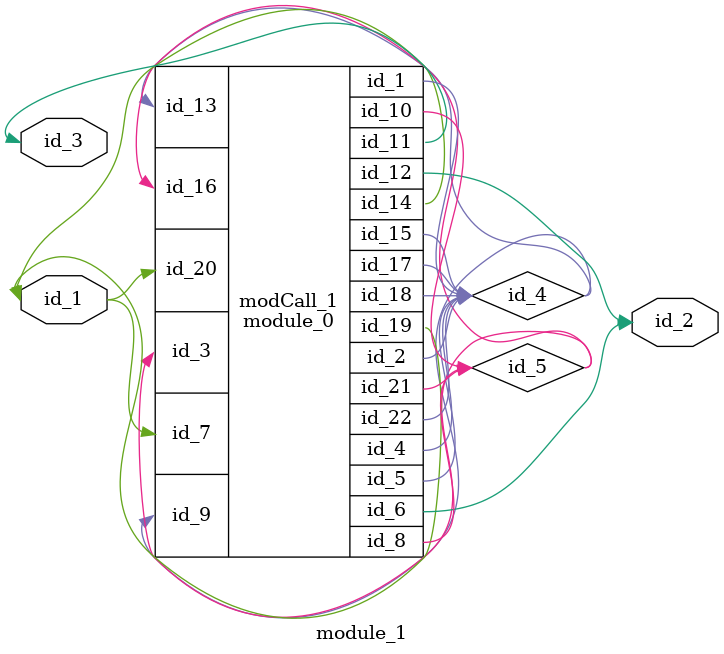
<source format=v>
module module_0 (
    id_1,
    id_2,
    id_3,
    id_4,
    id_5,
    id_6,
    id_7,
    id_8,
    id_9,
    id_10,
    id_11,
    id_12,
    id_13,
    id_14,
    id_15,
    id_16,
    id_17,
    id_18,
    id_19,
    id_20,
    id_21,
    id_22
);
  output wire id_22;
  inout wire id_21;
  input wire id_20;
  inout wire id_19;
  inout wire id_18;
  output wire id_17;
  input wire id_16;
  inout wire id_15;
  inout wire id_14;
  input wire id_13;
  output wire id_12;
  output wire id_11;
  inout wire id_10;
  input wire id_9;
  output wire id_8;
  input wire id_7;
  output wire id_6;
  output wire id_5;
  inout wire id_4;
  input wire id_3;
  output wire id_2;
  inout wire id_1;
  assign id_22 = 1'd0;
  wire id_23, id_24;
endmodule
module module_1 (
    id_1,
    id_2,
    id_3
);
  inout wire id_3;
  output wire id_2;
  inout wire id_1;
  wire id_4, id_5;
  module_0 modCall_1 (
      id_4,
      id_4,
      id_5,
      id_4,
      id_4,
      id_2,
      id_1,
      id_5,
      id_4,
      id_5,
      id_3,
      id_2,
      id_4,
      id_1,
      id_4,
      id_5,
      id_4,
      id_4,
      id_1,
      id_1,
      id_5,
      id_4
  );
endmodule

</source>
